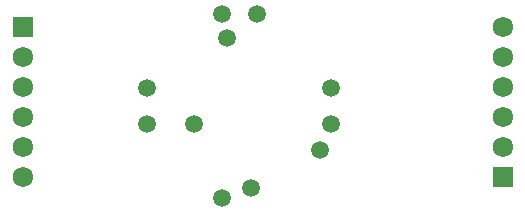
<source format=gbr>
%TF.GenerationSoftware,KiCad,Pcbnew,(5.1.9)-1*%
%TF.CreationDate,2021-03-10T13:48:37-05:00*%
%TF.ProjectId,RKJXT1F42001_Breakout,524b4a58-5431-4463-9432-3030315f4272,rev?*%
%TF.SameCoordinates,Original*%
%TF.FileFunction,Soldermask,Bot*%
%TF.FilePolarity,Negative*%
%FSLAX46Y46*%
G04 Gerber Fmt 4.6, Leading zero omitted, Abs format (unit mm)*
G04 Created by KiCad (PCBNEW (5.1.9)-1) date 2021-03-10 13:48:37*
%MOMM*%
%LPD*%
G01*
G04 APERTURE LIST*
%ADD10C,1.500000*%
%ADD11R,1.725000X1.725000*%
%ADD12C,1.725000*%
G04 APERTURE END LIST*
D10*
%TO.C,RJS1*%
X138755000Y-83080000D03*
X141255000Y-82260000D03*
X147115000Y-79030000D03*
X148055000Y-76780000D03*
X148055000Y-73780000D03*
X141755000Y-67480000D03*
X139255000Y-69500000D03*
X138755000Y-67480000D03*
X132455000Y-73780000D03*
X132455000Y-76780000D03*
X136455000Y-76780000D03*
%TD*%
D11*
%TO.C,J2*%
X121920000Y-68580000D03*
D12*
X121920000Y-71120000D03*
X121920000Y-73660000D03*
X121920000Y-76200000D03*
X121920000Y-78740000D03*
X121920000Y-81280000D03*
%TD*%
D11*
%TO.C,J1*%
X162560000Y-81280000D03*
D12*
X162560000Y-78740000D03*
X162560000Y-76200000D03*
X162560000Y-73660000D03*
X162560000Y-71120000D03*
X162560000Y-68580000D03*
%TD*%
M02*

</source>
